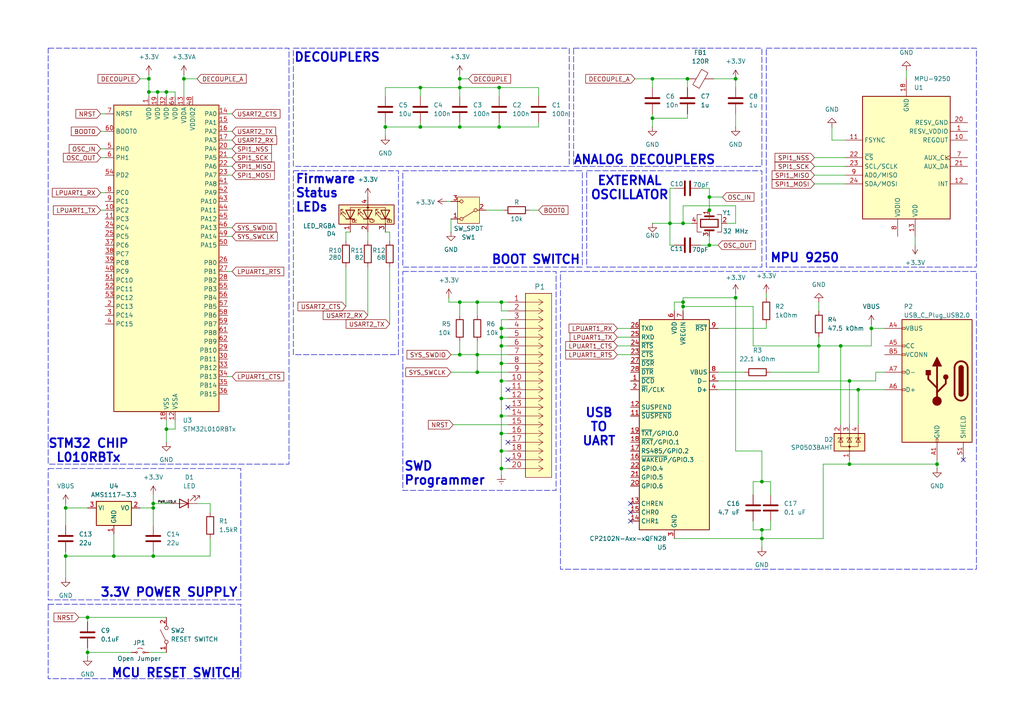
<source format=kicad_sch>
(kicad_sch (version 20231120) (generator "eeschema") (generator_version "8.0")
  (paper "A4")
  (lib_symbols
    (symbol "Connector:USB_C_Plug_USB2.0" (pin_names (offset 1.016))
      (property "Reference" "P" (at -10.16 19.05 0))
      (property "Value" "USB_C_Plug_USB2.0" (at 12.7 19.05 0))
      (symbol "USB_C_Plug_USB2.0_1_1"
        (pin passive line (at 0 -22.86 90) (length 5.08) (name "GND") (number "A1"))
        (pin passive line (at 0 -22.86 90) (length 5.08) hide (name "GND") (number "A12"))
        (pin passive line (at 15.24 15.24 180) (length 5.08) (name "VBUS") (number "A4"))
        (pin bidirectional line (at 15.24 10.16 180) (length 5.08) (name "CC") (number "A5"))
        (pin bidirectional line (at 15.24 -2.54 180) (length 5.08) (name "D+") (number "A6"))
        (pin bidirectional line (at 15.24 2.54 180) (length 5.08) (name "D-") (number "A7"))
        (pin passive line (at 15.24 15.24 180) (length 5.08) hide (name "VBUS") (number "A9"))
        (pin passive line (at 0 -22.86 90) (length 5.08) hide (name "GND") (number "B1"))
        (pin passive line (at 0 -22.86 90) (length 5.08) hide (name "GND") (number "B12"))
        (pin passive line (at 15.24 15.24 180) (length 5.08) hide (name "VBUS") (number "B4"))
        (pin bidirectional line (at 15.24 7.62 180) (length 5.08) (name "VCONN") (number "B5"))
        (pin passive line (at 15.24 15.24 180) (length 5.08) hide (name "VBUS") (number "B9"))
        (pin passive line (at -7.62 -22.86 90) (length 5.08) (name "SHIELD") (number "S1"))
      )
    )
    (symbol "Device:C" (pin_numbers hide) (pin_names (offset 0.254))
      (property "Reference" "C" (at 0.635 2.54 0))
      (property "Value" "C" (at 0.635 -2.54 0))
      (symbol "C_1_1"
        (pin passive line (at 0 3.81 270) (length 2.794) (name "~") (number "1"))
        (pin passive line (at 0 -3.81 90) (length 2.794) (name "~") (number "2"))
      )
    )
    (symbol "Device:Crystal_GND24" (pin_names (offset 1.016) hide)
      (property "Reference" "Y" (at 3.175 5.08 0))
      (property "Value" "Crystal_GND24" (at 3.175 3.175 0))
      (symbol "Crystal_GND24_1_1"
        (pin passive line (at -3.81 0 0) (length 1.27) (name "1") (number "1"))
        (pin passive line (at 0 5.08 270) (length 1.27) (name "2") (number "2"))
        (pin passive line (at 3.81 0 180) (length 1.27) (name "3") (number "3"))
        (pin passive line (at 0 -5.08 90) (length 1.27) (name "4") (number "4"))
      )
    )
    (symbol "Device:FerriteBead" (pin_numbers hide) (pin_names (offset 0))
      (property "Reference" "FB" (at -3.81 0.635 90))
      (property "Value" "FerriteBead" (at 3.81 0 90))
      (symbol "FerriteBead_1_1"
        (pin passive line (at 0 3.81 270) (length 2.54) (name "~") (number "1"))
        (pin passive line (at 0 -3.81 90) (length 2.54) (name "~") (number "2"))
      )
    )
    (symbol "Device:LED" (pin_numbers hide) (pin_names (offset 1.016) hide)
      (property "Reference" "D" (at 0 2.54 0))
      (property "Value" "LED" (at 0 -2.54 0))
      (symbol "LED_1_1"
        (pin passive line (at -3.81 0 0) (length 2.54) (name "K") (number "1"))
        (pin passive line (at 3.81 0 180) (length 2.54) (name "A") (number "2"))
      )
    )
    (symbol "Device:LED_RGBA" (pin_names (offset 0) hide)
      (property "Reference" "D" (at 0 9.398 0))
      (property "Value" "LED_RGBA" (at 0 -8.89 0))
      (symbol "LED_RGBA_0_0"
        (text "B" (at -1.905 -6.35 0) (effects (font (size 1.27 1.27))))
        (text "G" (at -1.905 -1.27 0) (effects (font (size 1.27 1.27))))
        (text "R" (at -1.905 3.81 0) (effects (font (size 1.27 1.27))))
      )
      (symbol "LED_RGBA_1_1"
        (pin passive line (at -5.08 5.08 0) (length 2.54) (name "RK") (number "1"))
        (pin passive line (at -5.08 0 0) (length 2.54) (name "GK") (number "2"))
        (pin passive line (at -5.08 -5.08 0) (length 2.54) (name "BK") (number "3"))
        (pin passive line (at 5.08 0 180) (length 2.54) (name "A") (number "4"))
      )
    )
    (symbol "Device:R" (pin_numbers hide) (pin_names (offset 0))
      (property "Reference" "R" (at 2.032 0 90))
      (property "Value" "R" (at 0 0 90))
      (symbol "R_1_1"
        (pin passive line (at 0 3.81 270) (length 1.27) (name "~") (number "1"))
        (pin passive line (at 0 -3.81 90) (length 1.27) (name "~") (number "2"))
      )
    )
    (symbol "Flight-Computer:3220-20-0200-00" (pin_names (offset 0.254) hide)
      (property "Reference" "P" (at 8.89 6.35 0))
      (symbol "3220-20-0200-00_1_1"
        (pin passive line (at 0 0 0) (length 5.08) (name "1") (number "1"))
        (pin passive line (at 0 -22.86 0) (length 5.08) (name "10") (number "10"))
        (pin passive line (at 0 -25.4 0) (length 5.08) (name "11") (number "11"))
        (pin passive line (at 0 -27.94 0) (length 5.08) (name "12") (number "12"))
        (pin passive line (at 0 -30.48 0) (length 5.08) (name "13") (number "13"))
        (pin passive line (at 0 -33.02 0) (length 5.08) (name "14") (number "14"))
        (pin passive line (at 0 -35.56 0) (length 5.08) (name "15") (number "15"))
        (pin passive line (at 0 -38.1 0) (length 5.08) (name "16") (number "16"))
        (pin passive line (at 0 -40.64 0) (length 5.08) (name "17") (number "17"))
        (pin passive line (at 0 -43.18 0) (length 5.08) (name "18") (number "18"))
        (pin passive line (at 0 -45.72 0) (length 5.08) (name "19") (number "19"))
        (pin passive line (at 0 -2.54 0) (length 5.08) (name "2") (number "2"))
        (pin passive line (at 0 -48.26 0) (length 5.08) (name "20") (number "20"))
        (pin passive line (at 0 -5.08 0) (length 5.08) (name "3") (number "3"))
        (pin passive line (at 0 -7.62 0) (length 5.08) (name "4") (number "4"))
        (pin passive line (at 0 -10.16 0) (length 5.08) (name "5") (number "5"))
        (pin passive line (at 0 -12.7 0) (length 5.08) (name "6") (number "6"))
        (pin passive line (at 0 -15.24 0) (length 5.08) (name "7") (number "7"))
        (pin passive line (at 0 -17.78 0) (length 5.08) (name "8") (number "8"))
        (pin passive line (at 0 -20.32 0) (length 5.08) (name "9") (number "9"))
      )
    )
    (symbol "Flight-Computer:Earth" (power) (pin_names (offset 0))
      (symbol "Earth_1_1"
        (pin power_in line (at 0 0 270) (length 0) hide (name "Earth") (number "1"))
      )
    )
    (symbol "Interface_USB:CP2102N-Axx-xQFN28"
      (property "Reference" "U" (at -8.89 31.75 0))
      (property "Value" "CP2102N-Axx-xQFN28" (at 12.7 31.75 0))
      (symbol "CP2102N-Axx-xQFN28_1_1"
        (pin input line (at 12.7 12.7 180) (length 2.54) (name "~{DCD}") (number "1"))
        (pin no_connect line (at -10.16 -27.94 0) (length 2.54) hide (name "NC") (number "10"))
        (pin output line (at 12.7 2.54 180) (length 2.54) (name "~{SUSPEND}") (number "11"))
        (pin output line (at 12.7 5.08 180) (length 2.54) (name "SUSPEND") (number "12"))
        (pin output line (at 12.7 -22.86 180) (length 2.54) (name "CHREN") (number "13"))
        (pin output line (at 12.7 -27.94 180) (length 2.54) (name "CHR1") (number "14"))
        (pin output line (at 12.7 -25.4 180) (length 2.54) (name "CHR0") (number "15"))
        (pin bidirectional line (at 12.7 -10.16 180) (length 2.54) (name "~{WAKEUP}/GPIO.3") (number "16"))
        (pin bidirectional line (at 12.7 -7.62 180) (length 2.54) (name "RS485/GPIO.2") (number "17"))
        (pin bidirectional line (at 12.7 -5.08 180) (length 2.54) (name "~{RXT}/GPIO.1") (number "18"))
        (pin bidirectional line (at 12.7 -2.54 180) (length 2.54) (name "~{TXT}/GPIO.0") (number "19"))
        (pin bidirectional line (at 12.7 10.16 180) (length 2.54) (name "~{RI}/CLK") (number "2"))
        (pin bidirectional line (at 12.7 -17.78 180) (length 2.54) (name "GPIO.6") (number "20"))
        (pin bidirectional line (at 12.7 -15.24 180) (length 2.54) (name "GPIO.5") (number "21"))
        (pin bidirectional line (at 12.7 -12.7 180) (length 2.54) (name "GPIO.4") (number "22"))
        (pin input line (at 12.7 20.32 180) (length 2.54) (name "~{CTS}") (number "23"))
        (pin output line (at 12.7 22.86 180) (length 2.54) (name "~{RTS}") (number "24"))
        (pin input line (at 12.7 25.4 180) (length 2.54) (name "RXD") (number "25"))
        (pin output line (at 12.7 27.94 180) (length 2.54) (name "TXD") (number "26"))
        (pin input line (at 12.7 17.78 180) (length 2.54) (name "~{DSR}") (number "27"))
        (pin output line (at 12.7 15.24 180) (length 2.54) (name "~{DTR}") (number "28"))
        (pin passive line (at 0 -33.02 90) (length 2.54) hide (name "GND") (number "29"))
        (pin power_in line (at 0 -33.02 90) (length 2.54) (name "GND") (number "3"))
        (pin bidirectional line (at -12.7 10.16 0) (length 2.54) (name "D+") (number "4"))
        (pin bidirectional line (at -12.7 12.7 0) (length 2.54) (name "D-") (number "5"))
        (pin power_in line (at 0 33.02 270) (length 2.54) (name "VDD") (number "6"))
        (pin power_in line (at -2.54 33.02 270) (length 2.54) (name "VREGIN") (number "7"))
        (pin input line (at -12.7 15.24 0) (length 2.54) (name "VBUS") (number "8"))
        (pin input line (at -12.7 27.94 0) (length 2.54) (name "~{RST}") (number "9"))
      )
    )
    (symbol "Jumper:Jumper_2_Small_Open" (pin_numbers hide) (pin_names (offset 0) hide) (exclude_from_sim yes)
      (property "Reference" "JP" (at 0 2.794 0))
      (property "Value" "Jumper_2_Small_Open" (at 0 -2.286 0))
      (symbol "Jumper_2_Small_Open_1_1"
        (pin passive line (at -2.54 0 0) (length 1.27) (name "A") (number "1"))
        (pin passive line (at 2.54 0 180) (length 1.27) (name "B") (number "2"))
      )
    )
    (symbol "MCU_ST_STM32L0:STM32L010RBTx"
      (property "Reference" "U" (at -15.24 46.99 0))
      (property "Value" "STM32L010RBTx" (at 10.16 46.99 0))
      (symbol "STM32L010RBTx_1_1"
        (pin power_in line (at -5.08 48.26 270) (length 2.54) (name "VDD") (number "1"))
        (pin bidirectional line (at -17.78 15.24 0) (length 2.54) (name "PC2") (number "10"))
        (pin bidirectional line (at -17.78 12.7 0) (length 2.54) (name "PC3") (number "11"))
        (pin power_in line (at 2.54 -45.72 90) (length 2.54) (name "VSSA") (number "12"))
        (pin power_in line (at 5.08 48.26 270) (length 2.54) (name "VDDA") (number "13"))
        (pin bidirectional line (at 17.78 43.18 180) (length 2.54) (name "PA0") (number "14"))
        (pin bidirectional line (at 17.78 40.64 180) (length 2.54) (name "PA1") (number "15"))
        (pin bidirectional line (at 17.78 38.1 180) (length 2.54) (name "PA2") (number "16"))
        (pin bidirectional line (at 17.78 35.56 180) (length 2.54) (name "PA3") (number "17"))
        (pin power_in line (at 0 -45.72 90) (length 2.54) (name "VSS") (number "18"))
        (pin power_in line (at -2.54 48.26 270) (length 2.54) (name "VDD") (number "19"))
        (pin bidirectional line (at -17.78 -12.7 0) (length 2.54) (name "PC13") (number "2"))
        (pin bidirectional line (at 17.78 33.02 180) (length 2.54) (name "PA4") (number "20"))
        (pin bidirectional line (at 17.78 30.48 180) (length 2.54) (name "PA5") (number "21"))
        (pin bidirectional line (at 17.78 27.94 180) (length 2.54) (name "PA6") (number "22"))
        (pin bidirectional line (at 17.78 25.4 180) (length 2.54) (name "PA7") (number "23"))
        (pin bidirectional line (at -17.78 10.16 0) (length 2.54) (name "PC4") (number "24"))
        (pin bidirectional line (at -17.78 7.62 0) (length 2.54) (name "PC5") (number "25"))
        (pin bidirectional line (at 17.78 0 180) (length 2.54) (name "PB0") (number "26"))
        (pin bidirectional line (at 17.78 -2.54 180) (length 2.54) (name "PB1") (number "27"))
        (pin bidirectional line (at 17.78 -5.08 180) (length 2.54) (name "PB2") (number "28"))
        (pin bidirectional line (at 17.78 -25.4 180) (length 2.54) (name "PB10") (number "29"))
        (pin bidirectional line (at -17.78 -15.24 0) (length 2.54) (name "PC14") (number "3"))
        (pin bidirectional line (at 17.78 -27.94 180) (length 2.54) (name "PB11") (number "30"))
        (pin passive line (at 0 -45.72 90) (length 2.54) hide (name "VSS") (number "31"))
        (pin power_in line (at 0 48.26 270) (length 2.54) (name "VDD") (number "32"))
        (pin bidirectional line (at 17.78 -30.48 180) (length 2.54) (name "PB12") (number "33"))
        (pin bidirectional line (at 17.78 -33.02 180) (length 2.54) (name "PB13") (number "34"))
        (pin bidirectional line (at 17.78 -35.56 180) (length 2.54) (name "PB14") (number "35"))
        (pin bidirectional line (at 17.78 -38.1 180) (length 2.54) (name "PB15") (number "36"))
        (pin bidirectional line (at -17.78 5.08 0) (length 2.54) (name "PC6") (number "37"))
        (pin bidirectional line (at -17.78 2.54 0) (length 2.54) (name "PC7") (number "38"))
        (pin bidirectional line (at -17.78 0 0) (length 2.54) (name "PC8") (number "39"))
        (pin bidirectional line (at -17.78 -17.78 0) (length 2.54) (name "PC15") (number "4"))
        (pin bidirectional line (at -17.78 -2.54 0) (length 2.54) (name "PC9") (number "40"))
        (pin bidirectional line (at 17.78 22.86 180) (length 2.54) (name "PA8") (number "41"))
        (pin bidirectional line (at 17.78 20.32 180) (length 2.54) (name "PA9") (number "42"))
        (pin bidirectional line (at 17.78 17.78 180) (length 2.54) (name "PA10") (number "43"))
        (pin bidirectional line (at 17.78 15.24 180) (length 2.54) (name "PA11") (number "44"))
        (pin bidirectional line (at 17.78 12.7 180) (length 2.54) (name "PA12") (number "45"))
        (pin bidirectional line (at 17.78 10.16 180) (length 2.54) (name "PA13") (number "46"))
        (pin passive line (at 0 -45.72 90) (length 2.54) hide (name "VSS") (number "47"))
        (pin power_in line (at 7.62 48.26 270) (length 2.54) (name "VDDIO2") (number "48"))
        (pin bidirectional line (at 17.78 7.62 180) (length 2.54) (name "PA14") (number "49"))
        (pin bidirectional line (at -17.78 33.02 0) (length 2.54) (name "PH0") (number "5"))
        (pin bidirectional line (at 17.78 5.08 180) (length 2.54) (name "PA15") (number "50"))
        (pin bidirectional line (at -17.78 -5.08 0) (length 2.54) (name "PC10") (number "51"))
        (pin bidirectional line (at -17.78 -7.62 0) (length 2.54) (name "PC11") (number "52"))
        (pin bidirectional line (at -17.78 -10.16 0) (length 2.54) (name "PC12") (number "53"))
        (pin bidirectional line (at -17.78 25.4 0) (length 2.54) (name "PD2") (number "54"))
        (pin bidirectional line (at 17.78 -7.62 180) (length 2.54) (name "PB3") (number "55"))
        (pin bidirectional line (at 17.78 -10.16 180) (length 2.54) (name "PB4") (number "56"))
        (pin bidirectional line (at 17.78 -12.7 180) (length 2.54) (name "PB5") (number "57"))
        (pin bidirectional line (at 17.78 -15.24 180) (length 2.54) (name "PB6") (number "58"))
        (pin bidirectional line (at 17.78 -17.78 180) (length 2.54) (name "PB7") (number "59"))
        (pin bidirectional line (at -17.78 30.48 0) (length 2.54) (name "PH1") (number "6"))
        (pin input line (at -17.78 38.1 0) (length 2.54) (name "BOOT0") (number "60"))
        (pin bidirectional line (at 17.78 -20.32 180) (length 2.54) (name "PB8") (number "61"))
        (pin bidirectional line (at 17.78 -22.86 180) (length 2.54) (name "PB9") (number "62"))
        (pin passive line (at 0 -45.72 90) (length 2.54) hide (name "VSS") (number "63"))
        (pin power_in line (at 2.54 48.26 270) (length 2.54) (name "VDD") (number "64"))
        (pin input line (at -17.78 43.18 0) (length 2.54) (name "NRST") (number "7"))
        (pin bidirectional line (at -17.78 20.32 0) (length 2.54) (name "PC0") (number "8"))
        (pin bidirectional line (at -17.78 17.78 0) (length 2.54) (name "PC1") (number "9"))
      )
    )
    (symbol "Power_Protection:SP0503BAHT" (pin_names hide)
      (property "Reference" "D" (at 5.715 2.54 0))
      (property "Value" "SP0503BAHT" (at 5.715 0.635 0))
      (symbol "SP0503BAHT_0_0"
        (pin passive line (at 0 -5.08 90) (length 2.54) (name "A") (number "1"))
      )
      (symbol "SP0503BAHT_1_1"
        (pin passive line (at -2.54 5.08 270) (length 2.54) (name "K") (number "2"))
        (pin passive line (at 0 5.08 270) (length 2.54) (name "K") (number "3"))
        (pin passive line (at 2.54 5.08 270) (length 2.54) (name "K") (number "4"))
      )
    )
    (symbol "Regulator_Linear:AMS1117-3.3"
      (property "Reference" "U" (at -3.81 3.175 0))
      (property "Value" "AMS1117-3.3" (at 0 3.175 0))
      (symbol "AMS1117-3.3_1_1"
        (pin power_in line (at 0 -7.62 90) (length 2.54) (name "GND") (number "1"))
        (pin power_out line (at 7.62 0 180) (length 2.54) (name "VO") (number "2"))
        (pin power_in line (at -7.62 0 0) (length 2.54) (name "VI") (number "3"))
      )
    )
    (symbol "Sensor_Motion:MPU-9250"
      (property "Reference" "U" (at -11.43 19.05 0))
      (property "Value" "MPU-9250" (at 7.62 -19.05 0))
      (symbol "MPU-9250_1_1"
        (pin input line (at 17.78 -7.62 180) (length 5.08) (name "RESV_VDDIO") (number "1"))
        (pin passive line (at 17.78 -5.08 180) (length 5.08) (name "REGOUT") (number "10"))
        (pin input line (at -17.78 -5.08 0) (length 5.08) (name "FSYNC") (number "11"))
        (pin output line (at 17.78 7.62 180) (length 5.08) (name "INT") (number "12"))
        (pin power_in line (at 2.54 22.86 270) (length 5.08) (name "VDD") (number "13"))
        (pin power_in line (at 0 -22.86 90) (length 5.08) (name "GND") (number "18"))
        (pin power_in line (at 17.78 -10.16 180) (length 5.08) (name "RESV_GND") (number "20"))
        (pin bidirectional line (at 17.78 2.54 180) (length 5.08) (name "AUX_DA") (number "21"))
        (pin input line (at -17.78 0 0) (length 5.08) (name "~{CS}") (number "22"))
        (pin input line (at -17.78 2.54 0) (length 5.08) (name "SCL/SCLK") (number "23"))
        (pin bidirectional line (at -17.78 7.62 0) (length 5.08) (name "SDA/MOSI") (number "24"))
        (pin output clock (at 17.78 0 180) (length 5.08) (name "AUX_CL") (number "7"))
        (pin power_in line (at -2.54 22.86 270) (length 5.08) (name "VDDIO") (number "8"))
        (pin bidirectional line (at -17.78 5.08 0) (length 5.08) (name "AD0/MISO") (number "9"))
      )
    )
    (symbol "Switch:SW_SPDT" (pin_names (offset 0) hide)
      (property "Reference" "SW" (at 0 5.08 0))
      (property "Value" "SW_SPDT" (at 0 -5.08 0))
      (symbol "SW_SPDT_1_1"
        (pin passive line (at 5.08 2.54 180) (length 2.54) (name "A") (number "1"))
        (pin passive line (at -5.08 0 0) (length 2.54) (name "B") (number "2"))
        (pin passive line (at 5.08 -2.54 180) (length 2.54) (name "C") (number "3"))
      )
    )
    (symbol "Switch:SW_SPST" (pin_names (offset 0) hide)
      (property "Reference" "SW" (at 0 3.175 0))
      (property "Value" "SW_SPST" (at 0 -2.54 0))
      (symbol "SW_SPST_1_1"
        (pin passive line (at -5.08 0 0) (length 2.54) (name "A") (number "1"))
        (pin passive line (at 5.08 0 180) (length 2.54) (name "B") (number "2"))
      )
    )
    (symbol "power:+3.3V" (power) (pin_numbers hide) (pin_names (offset 0) hide)
      (property "Value" "+3.3V" (at 0 3.556 0))
      (symbol "+3.3V_1_1"
        (pin power_in line (at 0 0 90) (length 0) (name "~") (number "1"))
      )
    )
    (symbol "power:+3.3VA" (power) (pin_numbers hide) (pin_names (offset 0) hide)
      (property "Value" "+3.3VA" (at 0 3.556 0))
      (symbol "+3.3VA_1_1"
        (pin power_in line (at 0 0 90) (length 0) (name "~") (number "1"))
      )
    )
    (symbol "power:GND" (power) (pin_numbers hide) (pin_names (offset 0) hide)
      (property "Value" "GND" (at 0 -3.81 0))
      (symbol "GND_1_1"
        (pin power_in line (at 0 0 270) (length 0) (name "~") (number "1"))
      )
    )
    (symbol "power:VBUS" (power) (pin_numbers hide) (pin_names (offset 0) hide)
      (property "Value" "VBUS" (at 0 3.556 0))
      (symbol "VBUS_1_1"
        (pin power_in line (at 0 0 90) (length 0) (name "~") (number "1"))
      )
    )
  )
  (junction (at 246.38 110.49))
  (junction (at 198.12 87.63))
  (junction (at 43.18 26.67))
  (junction (at 111.76 36.83))
  (junction (at 145.415 95.25))
  (junction (at 213.36 86.36))
  (junction (at 121.92 25.4))
  (junction (at 145.415 135.89))
  (junction (at 144.78 25.4))
  (junction (at 205.74 71.12))
  (junction (at 19.05 161.29))
  (junction (at 145.415 110.49))
  (junction (at 205.74 60.96))
  (junction (at 133.35 25.4))
  (junction (at 145.415 130.81))
  (junction (at 205.74 57.15))
  (junction (at 133.35 22.86))
  (junction (at 194.31 64.77))
  (junction (at 243.84 100.33))
  (junction (at 145.415 115.57))
  (junction (at 138.43 87.63))
  (junction (at 43.18 22.86))
  (junction (at 144.78 36.83))
  (junction (at 44.45 161.29))
  (junction (at 121.92 36.83))
  (junction (at 53.34 22.86))
  (junction (at 237.49 100.33))
  (junction (at 138.43 102.87))
  (junction (at 198.12 88.9))
  (junction (at 189.23 22.86))
  (junction (at 133.35 87.63))
  (junction (at 48.26 26.67))
  (junction (at 145.415 120.65))
  (junction (at 45.72 26.67))
  (junction (at 25.4 189.23))
  (junction (at 133.35 102.87))
  (junction (at 145.415 87.63))
  (junction (at 138.43 107.95))
  (junction (at 145.415 97.79))
  (junction (at 48.26 124.46))
  (junction (at 133.35 36.83))
  (junction (at 25.4 179.07))
  (junction (at 44.45 146.05))
  (junction (at 19.05 147.32))
  (junction (at 33.02 161.29))
  (junction (at 220.98 156.21))
  (junction (at 198.12 64.77))
  (junction (at 44.45 147.32))
  (junction (at 246.38 134.62))
  (junction (at 220.98 153.67))
  (junction (at 189.23 34.29))
  (junction (at 252.73 95.25))
  (junction (at 271.78 134.62))
  (junction (at 145.415 125.73))
  (junction (at 213.36 22.86))
  (junction (at 145.415 105.41))
  (junction (at 199.39 22.86))
  (junction (at 145.415 100.33))
  (junction (at 248.92 113.03))
  (junction (at 220.98 139.7))
  (no_connect (at 147.32 133.35))
  (no_connect (at 182.88 151.13))
  (no_connect (at 147.32 113.03))
  (no_connect (at 279.4 133.35))
  (no_connect (at 182.88 146.05))
  (no_connect (at 182.88 148.59))
  (no_connect (at 147.32 128.27))
  (no_connect (at 147.32 118.11))
  (wire (pts (xy 133.35 25.4) (xy 133.35 27.94)))
  (wire (pts (xy 43.18 21.59) (xy 43.18 22.86)))
  (wire (pts (xy 265.43 71.12) (xy 265.43 68.58)))
  (wire (pts (xy 144.78 35.56) (xy 144.78 36.83)))
  (wire (pts (xy 147.32 105.41) (xy 145.415 105.41)))
  (wire (pts (xy 111.76 25.4) (xy 111.76 27.94)))
  (wire (pts (xy 179.07 95.25) (xy 182.88 95.25)))
  (wire (pts (xy 254 110.49) (xy 254 107.95)))
  (wire (pts (xy 213.36 86.36) (xy 213.36 130.81)))
  (wire (pts (xy 198.12 64.77) (xy 194.31 64.77)))
  (wire (pts (xy 113.03 67.31) (xy 113.03 69.85)))
  (wire (pts (xy 213.36 64.77) (xy 213.36 59.69)))
  (wire (pts (xy 189.23 34.29) (xy 199.39 34.29)))
  (wire (pts (xy 25.4 187.96) (xy 25.4 189.23)))
  (wire (pts (xy 66.04 109.22) (xy 67.31 109.22)))
  (wire (pts (xy 106.68 77.47) (xy 106.68 91.44)))
  (wire (pts (xy 246.38 134.62) (xy 238.76 134.62)))
  (wire (pts (xy 106.68 67.31) (xy 106.68 69.85)))
  (wire (pts (xy 220.98 130.81) (xy 220.98 139.7)))
  (wire (pts (xy 133.35 102.87) (xy 138.43 102.87)))
  (wire (pts (xy 195.58 71.12) (xy 194.31 71.12)))
  (wire (pts (xy 218.44 139.7) (xy 220.98 139.7)))
  (wire (pts (xy 147.32 100.33) (xy 145.415 100.33)))
  (wire (pts (xy 66.04 50.8) (xy 67.31 50.8)))
  (wire (pts (xy 44.45 161.29) (xy 33.02 161.29)))
  (wire (pts (xy 60.96 146.05) (xy 57.15 146.05)))
  (wire (pts (xy 147.32 125.73) (xy 145.415 125.73)))
  (wire (pts (xy 198.12 86.36) (xy 213.36 86.36)))
  (wire (pts (xy 29.21 60.96) (xy 30.48 60.96)))
  (wire (pts (xy 153.67 60.96) (xy 156.21 60.96)))
  (wire (pts (xy 138.43 107.95) (xy 147.32 107.95)))
  (wire (pts (xy 147.32 130.81) (xy 145.415 130.81)))
  (wire (pts (xy 121.92 36.83) (xy 133.35 36.83)))
  (wire (pts (xy 48.26 26.67) (xy 50.8 26.67)))
  (wire (pts (xy 44.45 146.05) (xy 49.53 146.05)))
  (wire (pts (xy 66.04 45.72) (xy 67.2921 45.72)))
  (wire (pts (xy 220.98 156.21) (xy 220.98 158.75)))
  (wire (pts (xy 238.76 156.21) (xy 220.98 156.21)))
  (wire (pts (xy 147.32 110.49) (xy 145.415 110.49)))
  (wire (pts (xy 213.36 85.09) (xy 213.36 86.36)))
  (wire (pts (xy 156.21 35.56) (xy 156.21 36.83)))
  (wire (pts (xy 208.28 95.25) (xy 222.25 95.25)))
  (wire (pts (xy 223.52 151.13) (xy 223.52 153.67)))
  (wire (pts (xy 130.175 86.36) (xy 130.175 87.63)))
  (wire (pts (xy 238.76 134.62) (xy 238.76 156.21)))
  (wire (pts (xy 19.05 147.32) (xy 25.4 147.32)))
  (wire (pts (xy 237.49 107.95) (xy 237.49 100.33)))
  (wire (pts (xy 246.38 110.49) (xy 246.38 123.19)))
  (wire (pts (xy 237.49 97.79) (xy 237.49 100.33)))
  (wire (pts (xy 48.26 121.92) (xy 48.26 124.46)))
  (wire (pts (xy 133.35 87.63) (xy 138.43 87.63)))
  (wire (pts (xy 19.05 161.29) (xy 19.05 167.64)))
  (wire (pts (xy 145.415 95.25) (xy 145.415 97.79)))
  (wire (pts (xy 130.81 107.95) (xy 138.43 107.95)))
  (wire (pts (xy 262.89 22.86) (xy 262.89 20.32)))
  (wire (pts (xy 147.32 90.17) (xy 145.415 90.17)))
  (wire (pts (xy 25.4 179.07) (xy 25.4 180.34)))
  (wire (pts (xy 205.74 54.61) (xy 203.2 54.61)))
  (wire (pts (xy 246.38 133.35) (xy 246.38 134.62)))
  (wire (pts (xy 145.415 115.57) (xy 145.415 120.65)))
  (wire (pts (xy 220.98 153.67) (xy 223.52 153.67)))
  (wire (pts (xy 44.45 160.02) (xy 44.45 161.29)))
  (wire (pts (xy 210.82 64.77) (xy 213.36 64.77)))
  (wire (pts (xy 145.415 110.49) (xy 145.415 115.57)))
  (wire (pts (xy 145.415 105.41) (xy 145.415 110.49)))
  (wire (pts (xy 66.04 66.04) (xy 67.31 66.04)))
  (wire (pts (xy 44.45 146.05) (xy 44.45 143.51)))
  (wire (pts (xy 138.43 87.63) (xy 138.43 91.44)))
  (wire (pts (xy 145.415 135.89) (xy 145.415 137.795)))
  (wire (pts (xy 144.78 25.4) (xy 144.78 27.94)))
  (wire (pts (xy 194.31 64.77) (xy 194.31 71.12)))
  (wire (pts (xy 195.58 87.63) (xy 195.58 90.17)))
  (wire (pts (xy 145.415 125.73) (xy 145.415 130.81)))
  (wire (pts (xy 133.35 22.86) (xy 133.35 25.4)))
  (wire (pts (xy 145.415 97.79) (xy 145.415 100.33)))
  (wire (pts (xy 145.415 120.65) (xy 145.415 125.73)))
  (wire (pts (xy 22.86 179.07) (xy 25.4 179.07)))
  (wire (pts (xy 144.78 36.83) (xy 156.21 36.83)))
  (wire (pts (xy 179.07 100.33) (xy 182.88 100.33)))
  (wire (pts (xy 29.21 33.02) (xy 30.48 33.02)))
  (wire (pts (xy 45.72 26.67) (xy 48.26 26.67)))
  (wire (pts (xy 145.415 90.17) (xy 145.415 87.63)))
  (wire (pts (xy 179.07 102.87) (xy 182.88 102.87)))
  (wire (pts (xy 252.73 95.25) (xy 252.73 100.33)))
  (wire (pts (xy 53.34 22.86) (xy 53.34 27.94)))
  (wire (pts (xy 43.18 22.86) (xy 43.18 26.67)))
  (wire (pts (xy 246.38 110.49) (xy 254 110.49)))
  (wire (pts (xy 145.415 130.81) (xy 145.415 135.89)))
  (wire (pts (xy 19.05 147.32) (xy 19.05 152.4)))
  (wire (pts (xy 199.39 22.86) (xy 199.39 25.4)))
  (wire (pts (xy 189.23 22.86) (xy 199.39 22.86)))
  (wire (pts (xy 29.21 38.1) (xy 30.48 38.1)))
  (wire (pts (xy 198.12 64.77) (xy 200.66 64.77)))
  (wire (pts (xy 189.23 22.86) (xy 189.23 25.4)))
  (wire (pts (xy 194.31 54.61) (xy 195.58 54.61)))
  (wire (pts (xy 129.54 58.42) (xy 130.81 58.42)))
  (wire (pts (xy 207.01 22.86) (xy 213.36 22.86)))
  (wire (pts (xy 121.92 25.4) (xy 121.92 27.94)))
  (wire (pts (xy 145.415 100.33) (xy 145.415 105.41)))
  (wire (pts (xy 223.52 139.7) (xy 223.52 143.51)))
  (wire (pts (xy 243.84 100.33) (xy 243.84 123.19)))
  (wire (pts (xy 195.58 87.63) (xy 198.12 87.63)))
  (wire (pts (xy 205.74 57.15) (xy 205.74 60.96)))
  (wire (pts (xy 218.44 153.67) (xy 218.44 151.13)))
  (wire (pts (xy 236.22 45.72) (xy 245.11 45.72)))
  (wire (pts (xy 66.04 40.64) (xy 67.31 40.64)))
  (wire (pts (xy 29.21 45.72) (xy 30.48 45.72)))
  (wire (pts (xy 133.35 87.63) (xy 133.35 91.44)))
  (wire (pts (xy 271.78 134.62) (xy 271.78 135.89)))
  (wire (pts (xy 144.78 25.4) (xy 133.35 25.4)))
  (wire (pts (xy 33.02 154.94) (xy 33.02 161.29)))
  (wire (pts (xy 111.76 36.83) (xy 111.76 39.37)))
  (wire (pts (xy 218.44 153.67) (xy 220.98 153.67)))
  (wire (pts (xy 223.52 107.95) (xy 237.49 107.95)))
  (wire (pts (xy 43.18 189.23) (xy 48.26 189.23)))
  (wire (pts (xy 218.44 88.9) (xy 218.44 100.33)))
  (wire (pts (xy 205.74 63.5) (xy 205.74 60.96)))
  (wire (pts (xy 130.175 87.63) (xy 133.35 87.63)))
  (wire (pts (xy 44.45 147.32) (xy 44.45 152.4)))
  (wire (pts (xy 156.21 25.4) (xy 156.21 27.94)))
  (wire (pts (xy 194.31 64.77) (xy 194.31 54.61)))
  (wire (pts (xy 66.04 78.74) (xy 67.31 78.74)))
  (wire (pts (xy 140.97 60.96) (xy 146.05 60.96)))
  (wire (pts (xy 25.4 189.23) (xy 38.1 189.23)))
  (wire (pts (xy 213.36 33.02) (xy 213.36 36.83)))
  (wire (pts (xy 138.43 99.06) (xy 138.43 102.87)))
  (wire (pts (xy 205.74 71.12) (xy 203.2 71.12)))
  (wire (pts (xy 33.02 161.29) (xy 19.05 161.29)))
  (wire (pts (xy 19.05 160.02) (xy 19.05 161.29)))
  (wire (pts (xy 220.98 139.7) (xy 223.52 139.7)))
  (wire (pts (xy 19.05 146.05) (xy 19.05 147.32)))
  (wire (pts (xy 25.4 189.23) (xy 25.4 190.5)))
  (wire (pts (xy 29.21 55.88) (xy 30.48 55.88)))
  (wire (pts (xy 40.64 147.32) (xy 44.45 147.32)))
  (wire (pts (xy 53.34 21.59) (xy 53.34 22.86)))
  (wire (pts (xy 208.28 71.12) (xy 205.74 71.12)))
  (wire (pts (xy 145.415 92.71) (xy 145.415 95.25)))
  (wire (pts (xy 209.55 57.15) (xy 205.74 57.15)))
  (wire (pts (xy 198.12 87.63) (xy 198.12 88.9)))
  (wire (pts (xy 248.92 113.03) (xy 256.54 113.03)))
  (wire (pts (xy 252.73 95.25) (xy 256.54 95.25)))
  (wire (pts (xy 43.18 26.67) (xy 43.18 27.94)))
  (wire (pts (xy 130.81 102.87) (xy 133.35 102.87)))
  (wire (pts (xy 101.6 67.31) (xy 100.33 67.31)))
  (wire (pts (xy 199.39 34.29) (xy 199.39 33.02)))
  (wire (pts (xy 147.32 115.57) (xy 145.415 115.57)))
  (wire (pts (xy 50.8 26.67) (xy 50.8 27.94)))
  (wire (pts (xy 222.25 95.25) (xy 222.25 93.98)))
  (wire (pts (xy 30.48 43.18) (xy 29.21 43.18)))
  (wire (pts (xy 222.25 85.09) (xy 222.25 86.36)))
  (wire (pts (xy 131.445 123.19) (xy 147.32 123.19)))
  (wire (pts (xy 254 107.95) (xy 256.54 107.95)))
  (wire (pts (xy 133.35 25.4) (xy 121.92 25.4)))
  (wire (pts (xy 236.22 48.26) (xy 245.11 48.26)))
  (wire (pts (xy 133.35 36.83) (xy 144.78 36.83)))
  (wire (pts (xy 48.26 124.46) (xy 50.8 124.46)))
  (wire (pts (xy 208.28 107.95) (xy 215.9 107.95)))
  (wire (pts (xy 248.92 123.19) (xy 248.92 113.03)))
  (wire (pts (xy 66.04 33.02) (xy 67.31 33.02)))
  (wire (pts (xy 145.415 87.63) (xy 147.32 87.63)))
  (wire (pts (xy 48.26 26.67) (xy 48.26 27.94)))
  (wire (pts (xy 205.74 57.15) (xy 205.74 54.61)))
  (wire (pts (xy 213.36 59.69) (xy 198.12 59.69)))
  (wire (pts (xy 198.12 88.9) (xy 198.12 90.17)))
  (wire (pts (xy 111.76 67.31) (xy 113.03 67.31)))
  (wire (pts (xy 218.44 100.33) (xy 237.49 100.33)))
  (wire (pts (xy 198.12 88.9) (xy 218.44 88.9)))
  (wire (pts (xy 60.96 161.29) (xy 60.96 156.21)))
  (wire (pts (xy 208.28 113.03) (xy 248.92 113.03)))
  (wire (pts (xy 44.45 161.29) (xy 60.96 161.29)))
  (wire (pts (xy 189.23 33.02) (xy 189.23 34.29)))
  (wire (pts (xy 133.35 99.06) (xy 133.35 102.87)))
  (wire (pts (xy 213.36 22.86) (xy 213.36 25.4)))
  (wire (pts (xy 213.36 130.81) (xy 220.98 130.81)))
  (wire (pts (xy 48.26 124.46) (xy 48.26 128.27)))
  (wire (pts (xy 121.92 35.56) (xy 121.92 36.83)))
  (wire (pts (xy 133.35 21.59) (xy 133.35 22.86)))
  (wire (pts (xy 130.81 63.5) (xy 130.81 67.31)))
  (wire (pts (xy 156.21 25.4) (xy 144.78 25.4)))
  (wire (pts (xy 66.04 48.26) (xy 67.31 48.26)))
  (wire (pts (xy 218.44 143.51) (xy 218.44 139.7)))
  (wire (pts (xy 66.04 68.58) (xy 67.31 68.58)))
  (wire (pts (xy 237.49 87.63) (xy 237.49 90.17)))
  (wire (pts (xy 245.11 40.64) (xy 241.3 40.64)))
  (wire (pts (xy 66.04 43.18) (xy 67.31 43.18)))
  (wire (pts (xy 198.12 59.69) (xy 198.12 64.77)))
  (wire (pts (xy 25.4 179.07) (xy 48.26 179.07)))
  (wire (pts (xy 121.92 25.4) (xy 111.76 25.4)))
  (wire (pts (xy 147.32 120.65) (xy 145.415 120.65)))
  (wire (pts (xy 252.73 93.98) (xy 252.73 95.25)))
  (wire (pts (xy 205.74 68.58) (xy 205.74 71.12)))
  (wire (pts (xy 133.35 22.86) (xy 135.89 22.86)))
  (wire (pts (xy 138.43 87.63) (xy 145.415 87.63)))
  (wire (pts (xy 66.04 38.1) (xy 67.31 38.1)))
  (wire (pts (xy 50.8 121.92) (xy 50.8 124.46)))
  (wire (pts (xy 184.15 22.86) (xy 189.23 22.86)))
  (wire (pts (xy 243.84 100.33) (xy 252.73 100.33)))
  (wire (pts (xy 198.12 86.36) (xy 198.12 87.63)))
  (wire (pts (xy 271.78 134.62) (xy 246.38 134.62)))
  (wire (pts (xy 100.33 67.31) (xy 100.33 69.85)))
  (wire (pts (xy 208.28 110.49) (xy 246.38 110.49)))
  (wire (pts (xy 133.35 35.56) (xy 133.35 36.83)))
  (wire (pts (xy 100.33 77.47) (xy 100.33 88.9)))
  (wire (pts (xy 111.76 36.83) (xy 121.92 36.83)))
  (wire (pts (xy 138.43 102.87) (xy 138.43 107.95)))
  (wire (pts (xy 53.34 22.86) (xy 57.15 22.86)))
  (wire (pts (xy 113.03 77.47) (xy 113.03 93.98)))
  (wire (pts (xy 40.64 22.86) (xy 43.18 22.86)))
  (wire (pts (xy 194.31 64.77) (xy 189.23 64.77)))
  (wire (pts (xy 220.98 153.67) (xy 220.98 156.21)))
  (wire (pts (xy 147.32 135.89) (xy 145.415 135.89)))
  (wire (pts (xy 237.49 100.33) (xy 243.84 100.33)))
  (wire (pts (xy 60.96 148.59) (xy 60.96 146.05)))
  (wire (pts (xy 271.78 133.35) (xy 271.78 134.62)))
  (wire (pts (xy 147.32 97.79) (xy 145.415 97.79)))
  (wire (pts (xy 44.45 147.32) (xy 44.45 146.05)))
  (wire (pts (xy 241.3 36.83) (xy 241.3 40.64)))
  (wire (pts (xy 179.07 97.79) (xy 182.88 97.79)))
  (wire (pts (xy 147.32 95.25) (xy 145.415 95.25)))
  (wire (pts (xy 138.43 102.87) (xy 147.32 102.87)))
  (wire (pts (xy 189.23 34.29) (xy 189.23 36.83)))
  (wire (pts (xy 236.22 53.34) (xy 245.11 53.34)))
  (wire (pts (xy 195.58 156.21) (xy 220.98 156.21)))
  (wire (pts (xy 43.18 26.67) (xy 45.72 26.67)))
  (wire (pts (xy 236.22 50.8) (xy 245.11 50.8)))
  (wire (pts (xy 45.72 26.67) (xy 45.72 27.94)))
  (wire (pts (xy 111.76 35.56) (xy 111.76 36.83)))
  (wire (pts (xy 147.32 92.71) (xy 145.415 92.71)))
  (rectangle (start 222.25 13.97) (end 283.21 77.47) (stroke (width 0) (type dash)))
  (rectangle (start 13.97 13.97) (end 83.82 134.62) (stroke (width 0) (type dash)))
  (rectangle (start 13.97 135.89) (end 69.85 173.99) (stroke (width 0) (type dash)))
  (rectangle (start 13.97 175.26) (end 69.85 196.85) (stroke (width 0) (type dash)))
  (rectangle (start 116.84 78.74) (end 161.29 142.24) (stroke (width 0) (type dash)))
  (rectangle (start 162.56 78.74) (end 283.21 165.1) (stroke (width 0) (type dash)))
  (rectangle (start 85.09 49.53) (end 115.57 102.87) (stroke (width 0) (type dash)))
  (rectangle (start 170.18 49.53) (end 220.98 77.47) (stroke (width 0) (type dash)))
  (rectangle (start 166.37 13.97) (end 220.98 48.26) (stroke (width 0) (type dash)))
  (rectangle (start 116.84 49.53) (end 168.91 77.47) (stroke (width 0) (type dash)))
  (rectangle (start 85.09 13.97) (end 165.1 48.26) (stroke (width 0) (type dash)))
  (text "MPU 9250\n" (at 233.426 74.93 0) (effects (font (size 2.54 2.54) (thickness 0.508) (bold yes))))
  (text "DECOUPLERS" (at 97.79 16.764 0) (effects (font (size 2.54 2.54) (thickness 0.508) (bold yes))))
  (text "Firmware \nStatus\nLEDs" (at 85.598 56.134 0) (effects (font (size 2.54 2.54) (thickness 0.508) (bold yes)) (justify left)))
  (text "BOOT SWITCH" (at 155.448 75.438 0) (effects (font (size 2.54 2.54) (thickness 0.508) (bold yes))))
  (text "STM32 CHIP\nL010RBTx" (at 25.654 130.81 0) (effects (font (size 2.54 2.54) (thickness 0.508) (bold yes))))
  (text "ANALOG DECOUPLERS" (at 186.944 46.482 0) (effects (font (size 2.54 2.54) (thickness 0.508) (bold yes))))
  (text "USB\nTO\nUART" (at 173.736 123.952 0) (effects (font (size 2.54 2.54) (thickness 0.508) (bold yes))))
  (text "3.3V POWER SUPPLY" (at 49.022 171.958 0) (effects (font (size 2.54 2.54) (thickness 0.508) (bold yes))))
  (text "EXTERNAL\nOSCILLATOR" (at 182.626 54.61 0) (effects (font (size 2.54 2.54) (thickness 0.508) (bold yes))))
  (text "MCU RESET SWITCH" (at 51.054 195.326 0) (effects (font (size 2.54 2.54) (thickness 0.508) (bold yes))))
  (text "SWD\nProgrammer\n" (at 117.094 137.414 0) (effects (font (size 2.54 2.54) (thickness 0.508) (bold yes)) (justify left)))
  (label "PWR_LED_K" (at 45.72 146.05 0) (effects (font (size 0.635 0.635))))
  (global_label "SPI1_MOSI" (shape input) (at 67.31 50.8 0) (property "Intersheetrefs" "${INTERSHEET_REFS}" (effects (hide yes))))
  (global_label "LPUART1_TX" (shape input) (at 29.21 60.96 180) (property "Intersheetrefs" "${INTERSHEET_REFS}" (effects (hide yes))))
  (global_label "SPI1_MOSI" (shape input) (at 236.22 53.34 180) (property "Intersheetrefs" "${INTERSHEET_REFS}" (effects (hide yes))))
  (global_label "DECOUPLE_A" (shape input) (at 57.15 22.86 0) (property "Intersheetrefs" "${INTERSHEET_REFS}" (effects (hide yes))))
  (global_label "DECOUPLE_A" (shape input) (at 184.15 22.86 180) (property "Intersheetrefs" "${INTERSHEET_REFS}" (effects (hide yes))))
  (global_label "LPUART1_RX" (shape input) (at 179.07 95.25 180) (property "Intersheetrefs" "${INTERSHEET_REFS}" (effects (hide yes))))
  (global_label "SPI1_NSS" (shape input) (at 236.22 45.72 180) (property "Intersheetrefs" "${INTERSHEET_REFS}" (effects (hide yes))))
  (global_label "SYS_SWCLK" (shape input) (at 130.81 107.95 180) (property "Intersheetrefs" "${INTERSHEET_REFS}" (effects (hide yes))))
  (global_label "DECOUPLE" (shape input) (at 40.64 22.86 180) (property "Intersheetrefs" "${INTERSHEET_REFS}" (effects (hide yes))))
  (global_label "USART2_RX" (shape input) (at 67.31 40.64 0) (property "Intersheetrefs" "${INTERSHEET_REFS}" (effects (hide yes))))
  (global_label "BOOT0" (shape input) (at 29.21 38.1 180) (property "Intersheetrefs" "${INTERSHEET_REFS}" (effects (hide yes))))
  (global_label "SYS_SWDIO" (shape input) (at 130.81 102.87 180) (property "Intersheetrefs" "${INTERSHEET_REFS}" (effects (hide yes))))
  (global_label "SPI1_MISO" (shape input) (at 236.22 50.8 180) (property "Intersheetrefs" "${INTERSHEET_REFS}" (effects (hide yes))))
  (global_label "USART2_RX" (shape input) (at 106.68 91.44 180) (property "Intersheetrefs" "${INTERSHEET_REFS}" (effects (hide yes))))
  (global_label "USART2_CTS" (shape input) (at 67.31 33.02 0) (property "Intersheetrefs" "${INTERSHEET_REFS}" (effects (hide yes))))
  (global_label "USART2_CTS" (shape input) (at 100.33 88.9 180) (property "Intersheetrefs" "${INTERSHEET_REFS}" (effects (hide yes))))
  (global_label "LPUART1_RX" (shape input) (at 29.21 55.88 180) (property "Intersheetrefs" "${INTERSHEET_REFS}" (effects (hide yes))))
  (global_label "DECOUPLE" (shape input) (at 135.89 22.86 0) (property "Intersheetrefs" "${INTERSHEET_REFS}" (effects (hide yes))))
  (global_label "LPUART1_RTS" (shape input) (at 67.31 78.74 0) (property "Intersheetrefs" "${INTERSHEET_REFS}" (effects (hide yes))))
  (global_label "SYS_SWCLK" (shape input) (at 67.31 68.58 0) (property "Intersheetrefs" "${INTERSHEET_REFS}" (effects (hide yes))))
  (global_label "SPI1_MISO" (shape input) (at 67.31 48.26 0) (property "Intersheetrefs" "${INTERSHEET_REFS}" (effects (hide yes))))
  (global_label "LPUART1_RTS" (shape input) (at 179.07 102.87 180) (property "Intersheetrefs" "${INTERSHEET_REFS}" (effects (hide yes))))
  (global_label "OSC_IN" (shape input) (at 29.21 43.18 180) (property "Intersheetrefs" "${INTERSHEET_REFS}" (effects (hide yes))))
  (global_label "SPI1_NSS" (shape input) (at 67.31 43.18 0) (property "Intersheetrefs" "${INTERSHEET_REFS}" (effects (hide yes))))
  (global_label "NRST" (shape input) (at 22.86 179.07 180) (property "Intersheetrefs" "${INTERSHEET_REFS}" (effects (hide yes))))
  (global_label "SPI1_SCK" (shape input) (at 236.22 48.26 180) (property "Intersheetrefs" "${INTERSHEET_REFS}" (effects (hide yes))))
  (global_label "SYS_SWDIO" (shape input) (at 67.2971 66.04 0) (property "Intersheetrefs" "${INTERSHEET_REFS}" (effects (hide yes))))
  (global_label "OSC_IN" (shape input) (at 209.55 57.15 0) (property "Intersheetrefs" "${INTERSHEET_REFS}" (effects (hide yes))))
  (global_label "SPI1_SCK" (shape input) (at 67.2921 45.72 0) (property "Intersheetrefs" "${INTERSHEET_REFS}" (effects (hide yes))))
  (global_label "USART2_TX" (shape input) (at 113.03 93.98 180) (property "Intersheetrefs" "${INTERSHEET_REFS}" (effects (hide yes))))
  (global_label "NRST" (shape input) (at 131.445 123.19 180) (property "Intersheetrefs" "${INTERSHEET_REFS}" (effects (hide yes))))
  (global_label "NRST" (shape input) (at 29.21 33.02 180) (property "Intersheetrefs" "${INTERSHEET_REFS}" (effects (hide yes))))
  (global_label "OSC_OUT" (shape input) (at 208.28 71.12 0) (property "Intersheetrefs" "${INTERSHEET_REFS}" (effects (hide yes))))
  (global_label "LPUART1_CTS" (shape input) (at 179.07 100.33 180) (property "Intersheetrefs" "${INTERSHEET_REFS}" (effects (hide yes))))
  (global_label "LPUART1_TX" (shape input) (at 179.07 97.79 180) (property "Intersheetrefs" "${INTERSHEET_REFS}" (effects (hide yes))))
  (global_label "OSC_OUT" (shape input) (at 29.21 45.72 180) (property "Intersheetrefs" "${INTERSHEET_REFS}" (effects (hide yes))))
  (global_label "USART2_TX" (shape input) (at 67.31 38.1 0) (property "Intersheetrefs" "${INTERSHEET_REFS}" (effects (hide yes))))
  (global_label "BOOT0" (shape input) (at 156.21 60.96 0) (property "Intersheetrefs" "${INTERSHEET_REFS}" (effects (hide yes))))
  (global_label "LPUART1_CTS" (shape input) (at 67.31 109.22 0) (property "Intersheetrefs" "${INTERSHEET_REFS}" (effects (hide yes))))
  (symbol (lib_id "Device:C") (at 213.36 29.21 0) (unit 1)
    (property "Reference" "C8" (at 217.17 27.9399 0) (effects (justify left)))
    (property "Value" "1u" (at 217.17 30.4799 0) (effects (justify left)))
    (property "Description" "Unpolarized capacitor" (effects (hide yes)))
  )
  (symbol (lib_id "Interface_USB:CP2102N-Axx-xQFN28") (at 195.58 123.19 0) (mirror y) (unit 1)
    (property "Reference" "U5" (at 193.3859 158.75 0) (effects (justify left)))
    (property "Value" "CP2102N-Axx-xQFN28" (at 193.3859 156.21 0) (effects (justify left)))
    (property "Footprint" "Package_DFN_QFN:QFN-28-1EP_5x5mm_P0.5mm_EP3.35x3.35mm" (effects (hide yes)))
    (property "Datasheet" "https://www.silabs.com/documents/public/data-sheets/cp2102n-datasheet.pdf" (effects (hide yes)))
    (property "Description" "USB to UART master bridge, QFN-28" (effects (hide yes)))
  )
  (symbol (lib_id "power:GND") (at 213.36 36.83 0) (unit 1)
    (property "Reference" "#PWR07" (effects (hide yes)))
    (property "Value" "GND" (at 213.36 41.91 0))
    (property "Description" "Power symbol creates a global label with name \"GND\" , ground" (effects (hide yes)))
  )
  (symbol (lib_id "Device:R") (at 133.35 95.25 0) (mirror y) (unit 1)
    (property "Reference" "R5" (at 130.81 93.9799 0) (effects (justify left)))
    (property "Value" "10k" (at 130.81 96.5199 0) (effects (justify left)))
    (property "Description" "Resistor" (effects (hide yes)))
  )
  (symbol (lib_id "power:+3.3V") (at 106.68 57.15 0) (unit 1)
    (property "Reference" "#PWR028" (effects (hide yes)))
    (property "Value" "+3.3V" (at 106.68 52.07 0))
    (property "Description" "Power symbol creates a global label with name \"+3.3V\"" (effects (hide yes)))
  )
  (symbol (lib_id "Device:C") (at 199.39 54.61 270) (unit 1)
    (property "Reference" "C10" (at 194.31 53.34 90) (effects (justify left)))
    (property "Value" "70pF" (at 200.914 53.594 90) (effects (justify left)))
    (property "Description" "Unpolarized capacitor" (effects (hide yes)))
  )
  (symbol (lib_id "Switch:SW_SPDT") (at 135.89 60.96 180) (unit 1)
    (property "Reference" "SW1" (at 135.89 68.834 0))
    (property "Value" "SW_SPDT" (at 135.89 66.294 0))
    (property "Description" "Switch, single pole double throw" (effects (hide yes)))
  )
  (symbol (lib_id "Device:C") (at 133.35 31.75 0) (unit 1)
    (property "Reference" "C3" (at 137.16 30.4799 0) (effects (justify left)))
    (property "Value" "100n" (at 137.16 33.0199 0) (effects (justify left)))
    (property "Description" "Unpolarized capacitor" (effects (hide yes)))
  )
  (symbol (lib_id "Switch:SW_SPST") (at 48.26 184.15 90) (unit 1)
    (property "Reference" "SW2" (at 49.53 182.8799 90) (effects (justify right)))
    (property "Value" "RESET SWITCH" (at 49.53 185.4199 90) (effects (justify right)))
    (property "Description" "Single Pole Single Throw (SPST) switch" (effects (hide yes)))
  )
  (symbol (lib_id "power:VBUS") (at 19.05 146.05 0) (unit 1)
    (property "Reference" "#PWR021" (effects (hide yes)))
    (property "Value" "VBUS" (at 19.05 140.97 0))
    (property "Description" "Power symbol creates a global label with name \"VBUS\"" (effects (hide yes)))
  )
  (symbol (lib_id "Connector:USB_C_Plug_USB2.0") (at 271.78 110.49 0) (mirror y) (unit 1)
    (property "Reference" "P2" (at 262.128 88.9 0) (effects (justify right)))
    (property "Value" "USB_C_Plug_USB2.0" (at 262.128 91.44 0) (effects (justify right)))
    (property "Datasheet" "https://www.usb.org/sites/default/files/documents/usb_type-c.zip" (effects (hide yes)))
    (property "Description" "USB 2.0-only Type-C Plug connector" (effects (hide yes)))
  )
  (symbol (lib_id "Device:R") (at 106.68 73.66 0) (unit 1)
    (property "Reference" "R11" (at 101.6 72.644 0) (effects (justify left)))
    (property "Value" "82" (at 102.87 74.676 0) (effects (justify left)))
    (property "Description" "Resistor" (effects (hide yes)))
  )
  (symbol (lib_id "Device:C") (at 19.05 156.21 0) (unit 1)
    (property "Reference" "C13" (at 22.86 154.9399 0) (effects (justify left)))
    (property "Value" "22u" (at 22.86 157.4799 0) (effects (justify left)))
    (property "Description" "Unpolarized capacitor" (effects (hide yes)))
  )
  (symbol (lib_id "power:+3.3V") (at 222.25 85.09 0) (unit 1)
    (property "Reference" "#PWR013" (effects (hide yes)))
    (property "Value" "+3.3V" (at 222.25 80.01 0))
    (property "Description" "Power symbol creates a global label with name \"+3.3V\"" (effects (hide yes)))
  )
  (symbol (lib_id "power:+3.3V") (at 213.36 22.86 0) (unit 1)
    (property "Reference" "#PWR05" (effects (hide yes)))
    (property "Value" "+3.3V" (at 213.36 17.78 0))
    (property "Description" "Power symbol creates a global label with name \"+3.3V\"" (effects (hide yes)))
  )
  (symbol (lib_id "Device:C") (at 44.45 156.21 0) (unit 1)
    (property "Reference" "C14" (at 48.26 154.9399 0) (effects (justify left)))
    (property "Value" "22u" (at 48.26 157.4799 0) (effects (justify left)))
    (property "Description" "Unpolarized capacitor" (effects (hide yes)))
  )
  (symbol (lib_id "Flight-Computer:Earth") (at 145.415 137.795 0) (unit 1)
    (property "Reference" "#PWR025" (effects (hide yes)))
    (property "Value" "Earth" (effects (hide yes)))
  )
  (symbol (lib_id "Device:R") (at 219.71 107.95 90) (unit 1)
    (property "Reference" "R3" (at 219.71 101.6 90))
    (property "Value" "22.1 kOhm" (at 219.71 104.14 90))
    (property "Description" "Resistor" (effects (hide yes)))
  )
  (symbol (lib_id "power:+3.3V") (at 213.36 85.09 0) (unit 1)
    (property "Reference" "#PWR023" (effects (hide yes)))
    (property "Value" "+3.3V" (at 213.36 80.518 0))
    (property "Description" "Power symbol creates a global label with name \"+3.3V\"" (effects (hide yes)))
  )
  (symbol (lib_id "power:+3.3V") (at 44.45 143.51 0) (unit 1)
    (property "Reference" "#PWR020" (effects (hide yes)))
    (property "Value" "+3.3V" (at 44.45 138.43 0))
    (property "Description" "Power symbol creates a global label with name \"+3.3V\"" (effects (hide yes)))
  )
  (symbol (lib_id "MCU_ST_STM32L0:STM32L010RBTx") (at 48.26 76.2 0) (unit 1)
    (property "Reference" "U3" (at 52.9941 121.92 0) (effects (justify left)))
    (property "Value" "STM32L010RBTx" (at 52.9941 124.46 0) (effects (justify left)))
    (property "Footprint" "Package_QFP:LQFP-64_10x10mm_P0.5mm" (effects (hide yes)))
    (property "Datasheet" "https://www.st.com/resource/en/datasheet/stm32l010rb.pdf" (effects (hide yes)))
    (property "Description" "STMicroelectronics Arm Cortex-M0+ MCU, 128KB flash, 20KB RAM, 32 MHz, 1.8-3.6V, 51 GPIO, LQFP64" (effects (hide yes)))
  )
  (symbol (lib_id "Device:R") (at 222.25 90.17 0) (unit 1)
    (property "Reference" "R2" (at 224.79 88.8999 0) (effects (justify left)))
    (property "Value" "1kOhm" (at 224.79 91.4399 0) (effects (justify left)))
    (property "Description" "Resistor" (effects (hide yes)))
  )
  (symbol (lib_id "Device:FerriteBead") (at 203.2 22.86 90) (unit 1)
    (property "Reference" "FB1" (at 203.1492 15.24 90))
    (property "Value" "120R" (at 203.1492 17.78 90))
    (property "Description" "Ferrite bead" (effects (hide yes)))
  )
  (symbol (lib_id "Device:C") (at 156.21 31.75 0) (unit 1)
    (property "Reference" "C1" (at 160.02 30.4799 0) (effects (justify left)))
    (property "Value" "100n" (at 160.02 33.0199 0) (effects (justify left)))
    (property "Description" "Unpolarized capacitor" (effects (hide yes)))
  )
  (symbol (lib_id "power:VBUS") (at 252.73 93.98 0) (unit 1)
    (property "Reference" "#PWR015" (effects (hide yes)))
    (property "Value" "VBUS" (at 252.73 88.9 0))
    (property "Description" "Power symbol creates a global label with name \"VBUS\"" (effects (hide yes)))
  )
  (symbol (lib_id "power:GND") (at 25.4 190.5 0) (unit 1)
    (property "Reference" "#PWR08" (effects (hide yes)))
    (property "Value" "GND" (at 25.4 195.58 0))
    (property "Description" "Power symbol creates a global label with name \"GND\" , ground" (effects (hide yes)))
  )
  (symbol (lib_id "Device:LED") (at 53.34 146.05 180) (unit 1)
    (property "Reference" "D1" (at 54.9275 138.43 0))
    (property "Value" "LED" (at 54.9275 140.97 0))
    (property "Description" "Light emitting diode" (effects (hide yes)))
  )
  (symbol (lib_id "Flight-Computer:3220-20-0200-00") (at 147.32 87.63 0) (unit 1)
    (property "Reference" "P1" (at 154.94 83.185 0) (effects (font (size 1.524 1.524)) (justify left)))
    (property "Value" "3220-20-0200-00" (effects (hide yes)))
    (property "Footprint" "Flight-Computer:3220-20-0200-00" (effects (hide yes)))
  )
  (symbol (lib_id "Device:C") (at 218.44 147.32 0) (mirror y) (unit 1)
    (property "Reference" "C16" (at 214.63 146.0499 0) (effects (justify left)))
    (property "Value" "4.7 uF" (at 214.63 148.5899 0) (effects (justify left)))
    (property "Description" "Unpolarized capacitor" (effects (hide yes)))
  )
  (symbol (lib_id "Device:C") (at 189.23 29.21 0) (unit 1)
    (property "Reference" "C6" (at 193.04 27.9399 0) (effects (justify left)))
    (property "Value" "10n" (at 193.04 30.4799 0) (effects (justify left)))
    (property "Description" "Unpolarized capacitor" (effects (hide yes)))
  )
  (symbol (lib_id "power:GND") (at 220.98 158.75 0) (unit 1)
    (property "Reference" "#PWR012" (effects (hide yes)))
    (property "Value" "GND" (at 220.98 163.83 0))
    (property "Description" "Power symbol creates a global label with name \"GND\" , ground" (effects (hide yes)))
  )
  (symbol (lib_id "Device:Crystal_GND24") (at 205.74 64.77 270) (unit 1)
    (property "Reference" "Y1" (at 210.82 61.722 90))
    (property "Value" "32 MHz" (at 213.36 67.056 90))
    (property "Description" "Four pin crystal, GND on pins 2 and 4" (effects (hide yes)))
  )
  (symbol (lib_id "Jumper:Jumper_2_Small_Open") (at 40.64 189.23 0) (unit 1) (exclude_from_sim yes)
    (property "Reference" "JP1" (at 40.386 186.436 0))
    (property "Value" "Open Jumper" (at 40.386 191.008 0))
    (property "Description" "Jumper, 2-pole, small symbol, open" (effects (hide yes)))
  )
  (symbol (lib_id "power:+3.3V") (at 130.175 86.36 0) (unit 1)
    (property "Reference" "#PWR026" (effects (hide yes)))
    (property "Value" "+3.3V" (at 130.175 81.28 0))
    (property "Description" "Power symbol creates a global label with name \"+3.3V\"" (effects (hide yes)))
  )
  (symbol (lib_id "power:GND") (at 189.23 64.77 0) (unit 1)
    (property "Reference" "#PWR011" (effects (hide yes)))
    (property "Value" "GND" (at 187.198 68.326 0) (effects (justify left)))
    (property "Description" "Power symbol creates a global label with name \"GND\" , ground" (effects (hide yes)))
  )
  (symbol (lib_id "power:+3.3V") (at 129.54 58.42 90) (unit 1)
    (property "Reference" "#PWR010" (effects (hide yes)))
    (property "Value" "+3.3V" (at 126.238 58.674 90) (effects (justify left)))
    (property "Description" "Power symbol creates a global label with name \"+3.3V\"" (effects (hide yes)))
  )
  (symbol (lib_id "Device:LED_RGBA") (at 106.68 62.23 90) (unit 1)
    (property "Reference" "D4" (at 94.742 67.818 90) (effects (justify right)))
    (property "Value" "LED_RGBA" (at 87.884 65.532 90) (effects (justify right)))
    (property "Description" "RGB LED, red/green/blue/anode" (effects (hide yes)))
  )
  (symbol (lib_id "Device:C") (at 199.39 71.12 270) (unit 1)
    (property "Reference" "C11" (at 194.31 72.136 90) (effects (justify left)))
    (property "Value" "70pF" (at 200.66 72.39 90) (effects (justify left)))
    (property "Description" "Unpolarized capacitor" (effects (hide yes)))
  )
  (symbol (lib_id "power:GND") (at 19.05 167.64 0) (unit 1)
    (property "Reference" "#PWR022" (effects (hide yes)))
    (property "Value" "GND" (at 19.05 172.72 0))
    (property "Description" "Power symbol creates a global label with name \"GND\" , ground" (effects (hide yes)))
  )
  (symbol (lib_id "Sensor_Motion:MPU-9250") (at 262.89 45.72 0) (mirror x) (unit 1)
    (property "Reference" "U1" (at 265.0841 25.4 0) (effects (justify left)))
    (property "Value" "MPU-9250" (at 265.0841 22.86 0) (effects (justify left)))
    (property "Footprint" "Sensor_Motion:InvenSense_QFN-24_3x3mm_P0.4mm" (effects (hide yes)))
    (property "Datasheet" "https://invensense.tdk.com/wp-content/uploads/2015/02/PS-MPU-9250A-01-v1.1.pdf" (effects (hide yes)))
    (property "Description" "InvenSense 9-Axis Motion Sensor, Accelerometer, Gyroscope, Compass, I2C/SPI" (effects (hide yes)))
  )
  (symbol (lib_id "Device:C") (at 199.39 29.21 0) (unit 1)
    (property "Reference" "C7" (at 203.2 27.9399 0) (effects (justify left)))
    (property "Value" "1u" (at 203.2 30.4799 0) (effects (justify left)))
    (property "Description" "Unpolarized capacitor" (effects (hide yes)))
  )
  (symbol (lib_id "power:+3.3V") (at 265.43 71.12 0) (mirror x) (unit 1)
    (property "Reference" "#PWR018" (effects (hide yes)))
    (property "Value" "+3.3V" (at 265.43 76.2 0))
    (property "Description" "Power symbol creates a global label with name \"+3.3V\"" (effects (hide yes)))
  )
  (symbol (lib_id "power:GND") (at 111.76 39.37 0) (unit 1)
    (property "Reference" "#PWR03" (effects (hide yes)))
    (property "Value" "GND" (at 111.76 44.45 0))
    (property "Description" "Power symbol creates a global label with name \"GND\" , ground" (effects (hide yes)))
  )
  (symbol (lib_id "power:+3.3V") (at 43.18 21.59 0) (unit 1)
    (property "Reference" "#PWR02" (effects (hide yes)))
    (property "Value" "+3.3V" (at 43.18 16.51 0))
    (property "Description" "Power symbol creates a global label with name \"+3.3V\"" (effects (hide yes)))
  )
  (symbol (lib_id "Device:C") (at 144.78 31.75 0) (unit 1)
    (property "Reference" "C2" (at 148.59 30.4799 0) (effects (justify left)))
    (property "Value" "100n" (at 148.59 33.0199 0) (effects (justify left)))
    (property "Description" "Unpolarized capacitor" (effects (hide yes)))
  )
  (symbol (lib_id "Device:C") (at 121.92 31.75 0) (unit 1)
    (property "Reference" "C4" (at 125.73 30.4799 0) (effects (justify left)))
    (property "Value" "100n" (at 125.73 33.0199 0) (effects (justify left)))
    (property "Description" "Unpolarized capacitor" (effects (hide yes)))
  )
  (symbol (lib_id "power:+3.3V") (at 133.35 21.59 0) (unit 1)
    (property "Reference" "#PWR024" (effects (hide yes)))
    (property "Value" "+3.3V" (at 133.35 16.51 0))
    (property "Description" "Power symbol creates a global label with name \"+3.3V\"" (effects (hide yes)))
  )
  (symbol (lib_id "power:GND") (at 189.23 36.83 0) (unit 1)
    (property "Reference" "#PWR06" (effects (hide yes)))
    (property "Value" "GND" (at 189.23 41.91 0))
    (property "Description" "Power symbol creates a global label with name \"GND\" , ground" (effects (hide yes)))
  )
  (symbol (lib_id "power:GND") (at 130.81 67.31 0) (unit 1)
    (property "Reference" "#PWR09" (effects (hide yes)))
    (property "Value" "GND" (at 130.81 72.39 0))
    (property "Description" "Power symbol creates a global label with name \"GND\" , ground" (effects (hide yes)))
  )
  (symbol (lib_id "power:+3.3VA") (at 53.34 21.59 0) (unit 1)
    (property "Reference" "#PWR04" (effects (hide yes)))
    (property "Value" "+3.3VA" (at 53.34 16.51 0))
    (property "Description" "Power symbol creates a global label with name \"+3.3VA\"" (effects (hide yes)))
  )
  (symbol (lib_id "Device:C") (at 223.52 147.32 0) (unit 1)
    (property "Reference" "C17" (at 227.33 146.0499 0) (effects (justify left)))
    (property "Value" "0.1 uF" (at 227.33 148.5899 0) (effects (justify left)))
    (property "Description" "Unpolarized capacitor" (effects (hide yes)))
  )
  (symbol (lib_id "Device:R") (at 149.86 60.96 90) (unit 1)
    (property "Reference" "10k" (at 149.86 63.5 90))
    (property "Value" "R" (at 149.86 58.674 90))
    (property "Description" "Resistor" (effects (hide yes)))
  )
  (symbol (lib_id "Device:C") (at 111.76 31.75 0) (unit 1)
    (property "Reference" "C5" (at 115.57 30.4799 0) (effects (justify left)))
    (property "Value" "10u" (at 115.57 33.0199 0) (effects (justify left)))
    (property "Description" "Unpolarized capacitor" (effects (hide yes)))
  )
  (symbol (lib_id "Device:R") (at 113.03 73.66 0) (unit 1)
    (property "Reference" "R12" (at 107.95 72.644 0) (effects (justify left)))
    (property "Value" "68" (at 109.22 74.676 0) (effects (justify left)))
    (property "Description" "Resistor" (effects (hide yes)))
  )
  (symbol (lib_id "power:GND") (at 271.78 135.89 0) (unit 1)
    (property "Reference" "#PWR016" (effects (hide yes)))
    (property "Value" "GND" (at 271.78 140.97 0))
    (property "Description" "Power symbol creates a global label with name \"GND\" , ground" (effects (hide yes)))
  )
  (symbol (lib_id "Device:R") (at 100.33 73.66 0) (unit 1)
    (property "Reference" "R10" (at 95.25 72.644 0) (effects (justify left)))
    (property "Value" "280" (at 95.25 74.676 0) (effects (justify left)))
    (property "Description" "Resistor" (effects (hide yes)))
  )
  (symbol (lib_id "Regulator_Linear:AMS1117-3.3") (at 33.02 147.32 0) (unit 1)
    (property "Reference" "U4" (at 33.02 140.97 0))
    (property "Value" "AMS1117-3.3" (at 33.02 143.51 0))
    (property "Footprint" "Package_TO_SOT_SMD:SOT-223-3_TabPin2" (effects (hide yes)))
    (property "Datasheet" "http://www.advanced-monolithic.com/pdf/ds1117.pdf" (effects (hide yes)))
    (property "Description" "1A Low Dropout regulator, positive, 3.3V fixed output, SOT-223" (effects (hide yes)))
  )
  (symbol (lib_id "Power_Protection:SP0503BAHT") (at 246.38 128.27 0) (unit 1)
    (property "Reference" "D2" (at 239.014 127.508 0) (effects (justify left)))
    (property "Value" "SP0503BAHT" (at 229.362 129.794 0) (effects (justify left)))
    (property "Footprint" "Package_TO_SOT_SMD:SOT-143" (effects (hide yes)))
    (property "Datasheet" "http://www.littelfuse.com/~/media/files/littelfuse/technical%20resources/documents/data%20sheets/sp05xxba.pdf" (effects (hide yes)))
    (property "Description" "TVS Diode Array, 5.5V Standoff, 3 Channels, SOT-143 package" (effects (hide yes)))
  )
  (symbol (lib_id "power:GND") (at 48.26 128.27 0) (unit 1)
    (property "Reference" "#PWR01" (effects (hide yes)))
    (property "Value" "GND" (at 48.26 133.35 0))
    (property "Description" "Power symbol creates a global label with name \"GND\" , ground" (effects (hide yes)))
  )
  (symbol (lib_id "Device:R") (at 138.43 95.25 0) (unit 1)
    (property "Reference" "R6" (at 140.97 93.9799 0) (effects (justify left)))
    (property "Value" "10k" (at 140.97 96.5199 0) (effects (justify left)))
    (property "Description" "Resistor" (effects (hide yes)))
  )
  (symbol (lib_id "power:GND") (at 241.3 36.83 0) (mirror x) (unit 1)
    (property "Reference" "#PWR019" (effects (hide yes)))
    (property "Value" "GND" (at 241.3 31.75 0))
    (property "Description" "Power symbol creates a global label with name \"GND\" , ground" (effects (hide yes)))
  )
  (symbol (lib_id "Device:C") (at 25.4 184.15 0) (unit 1)
    (property "Reference" "C9" (at 29.21 182.8799 0) (effects (justify left)))
    (property "Value" "0.1uF" (at 29.21 185.4199 0) (effects (justify left)))
    (property "Description" "Unpolarized capacitor" (effects (hide yes)))
  )
  (symbol (lib_id "power:GND") (at 262.89 20.32 0) (mirror x) (unit 1)
    (property "Reference" "#PWR017" (effects (hide yes)))
    (property "Value" "GND" (at 262.89 15.24 0))
    (property "Description" "Power symbol creates a global label with name \"GND\" , ground" (effects (hide yes)))
  )
  (symbol (lib_id "power:GND") (at 237.49 87.63 180) (unit 1)
    (property "Reference" "#PWR014" (effects (hide yes)))
    (property "Value" "GND" (at 237.49 82.55 0))
    (property "Description" "Power symbol creates a global label with name \"GND\" , ground" (effects (hide yes)))
  )
  (symbol (lib_id "Device:R") (at 60.96 152.4 0) (unit 1)
    (property "Reference" "R1" (at 63.5 151.1299 0) (effects (justify left)))
    (property "Value" "1.5kR" (at 63.5 153.6699 0) (effects (justify left)))
    (property "Description" "Resistor" (effects (hide yes)))
  )
  (symbol (lib_id "Device:R") (at 237.49 93.98 0) (unit 1)
    (property "Reference" "R4" (at 240.03 92.7099 0) (effects (justify left)))
    (property "Value" "47.5 kOhm" (at 240.03 95.2499 0) (effects (justify left)))
    (property "Description" "Resistor" (effects (hide yes)))
  )
)
</source>
